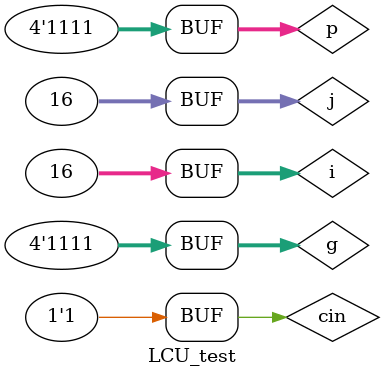
<source format=v>
`timescale 1ns / 1ps


module LCU_test;

	// Inputs
	reg [3:0] p;
	reg [3:0] g;
	reg cin;
	wire [3:0]c;
	wire PP;
	wire GG;
	// Instantiate the Unit Under Test (UUT)
	LCU uut (
		.p(p),
		.g(g),
		.cin(cin),
		.c(c),
		.PP(PP),
		.GG(GG)
	);

integer i,j;
	initial begin
		// Initialize Inputs
		cin = 0;

		$monitor ($time,"\tcin=%b\tp=%b\tg=%b\tC[3]=%b\tC[2]=%b\tC[1]=%b\tC[0]=%b\tPP=%b\tGG=%b",cin,p,g,c[3],c[2],c[1],c[0],PP,GG);
		
		for(i=0;i<16;i=i+1)
		begin
			p = i;
			for(j=0;j<16;j=j+1)
			begin
				g = j;
				#1;
			end
		end
		
		cin = 1;
		for(i=0;i<16;i=i+1)
		begin
			p = i;
			for(j=0;j<16;j=j+1)
			begin
				g = j;
				#1;
			end
		end
        
		// Add stimulus here

	end
      
endmodule


</source>
